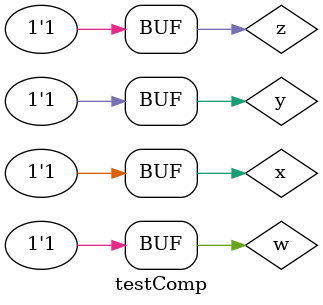
<source format=v>
module Comp (output s, input a,input b, input c,input d);

wire t1,t2,t3,not1,not2;

not NOT1 (not1,c);
not NOT2 (not2,d);
xnor XNOR1 (t1,a,c);
and AND1 (t2,not2,b);
and AND2 (t3,not1,a);
and AND3 (t4,t1,t2);
or OR2 (s,t3,t4);

endmodule//Comp

module testComp;
// ------------------------- definir dados 
reg x;
reg y;
reg w;
wire s;
reg z; 
Comp modulo ( s, x, y, w,z);
// ------------------------- parte principal 
initial begin 
$display("Exemplo0034 - Filipe Viana de Miranda - 446415"); 
$display("Test AU's module"); 
x = 'b0 ;z = 'b0; y = 'b0;w = 'b0; 
// projetar testes do modulo 
$display("\na b c d iguas");
#1 $monitor("%b %b %b %b %b",w,x,y,z,s);
#1 x='b0;z = 'b0;y ='b0;w = 'b1;   
#1 x='b0;z = 'b0;y ='b1;w = 'b0; 
#1 x='b0;z = 'b0;y ='b1;w = 'b1; 
#1 x='b0;z = 'b1;y ='b0;w = 'b0;  
#1 x='b0;z = 'b1;y ='b0;w = 'b1;   
#1 x='b0;z = 'b1;y ='b1;w = 'b0; 
#1 x='b0;z = 'b1;y ='b1;w = 'b1; 

#1 x='b1;z = 'b0;y ='b0;w = 'b0;  
#1 x='b1;z = 'b0;y ='b0;w = 'b1;   
#1 x='b1;z = 'b0;y ='b1;w = 'b0; 
#1 x='b1;z = 'b0;y ='b1;w = 'b1; 

#1 x='b1;z = 'b1;y ='b0;w = 'b0; 
#1 x='b1;z = 'b1;y ='b0;w = 'b1;  
#1 x='b1;z = 'b1;y ='b1;w = 'b0;
#1 x='b1;z = 'b1;y ='b1;w = 'b1;


end 
endmodule // test_FullAdder 
</source>
